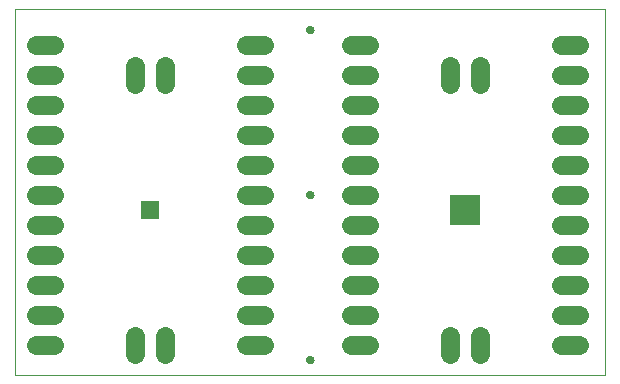
<source format=gbs>
G75*
%MOIN*%
%OFA0B0*%
%FSLAX24Y24*%
%IPPOS*%
%LPD*%
%AMOC8*
5,1,8,0,0,1.08239X$1,22.5*
%
%ADD10C,0.0000*%
%ADD11C,0.0276*%
%ADD12R,0.0631X0.0631*%
%ADD13R,0.0985X0.0985*%
%ADD14C,0.0640*%
D10*
X000100Y003500D02*
X000100Y015705D01*
X019785Y015705D01*
X019785Y003500D01*
X000100Y003500D01*
X009825Y004000D02*
X009827Y004021D01*
X009833Y004041D01*
X009842Y004061D01*
X009854Y004078D01*
X009869Y004092D01*
X009887Y004104D01*
X009907Y004112D01*
X009927Y004117D01*
X009948Y004118D01*
X009969Y004115D01*
X009989Y004109D01*
X010008Y004098D01*
X010025Y004085D01*
X010038Y004069D01*
X010049Y004051D01*
X010057Y004031D01*
X010061Y004011D01*
X010061Y003989D01*
X010057Y003969D01*
X010049Y003949D01*
X010038Y003931D01*
X010025Y003915D01*
X010008Y003902D01*
X009989Y003891D01*
X009969Y003885D01*
X009948Y003882D01*
X009927Y003883D01*
X009907Y003888D01*
X009887Y003896D01*
X009869Y003908D01*
X009854Y003922D01*
X009842Y003939D01*
X009833Y003959D01*
X009827Y003979D01*
X009825Y004000D01*
X009825Y009500D02*
X009827Y009521D01*
X009833Y009541D01*
X009842Y009561D01*
X009854Y009578D01*
X009869Y009592D01*
X009887Y009604D01*
X009907Y009612D01*
X009927Y009617D01*
X009948Y009618D01*
X009969Y009615D01*
X009989Y009609D01*
X010008Y009598D01*
X010025Y009585D01*
X010038Y009569D01*
X010049Y009551D01*
X010057Y009531D01*
X010061Y009511D01*
X010061Y009489D01*
X010057Y009469D01*
X010049Y009449D01*
X010038Y009431D01*
X010025Y009415D01*
X010008Y009402D01*
X009989Y009391D01*
X009969Y009385D01*
X009948Y009382D01*
X009927Y009383D01*
X009907Y009388D01*
X009887Y009396D01*
X009869Y009408D01*
X009854Y009422D01*
X009842Y009439D01*
X009833Y009459D01*
X009827Y009479D01*
X009825Y009500D01*
X009825Y015000D02*
X009827Y015021D01*
X009833Y015041D01*
X009842Y015061D01*
X009854Y015078D01*
X009869Y015092D01*
X009887Y015104D01*
X009907Y015112D01*
X009927Y015117D01*
X009948Y015118D01*
X009969Y015115D01*
X009989Y015109D01*
X010008Y015098D01*
X010025Y015085D01*
X010038Y015069D01*
X010049Y015051D01*
X010057Y015031D01*
X010061Y015011D01*
X010061Y014989D01*
X010057Y014969D01*
X010049Y014949D01*
X010038Y014931D01*
X010025Y014915D01*
X010008Y014902D01*
X009989Y014891D01*
X009969Y014885D01*
X009948Y014882D01*
X009927Y014883D01*
X009907Y014888D01*
X009887Y014896D01*
X009869Y014908D01*
X009854Y014922D01*
X009842Y014939D01*
X009833Y014959D01*
X009827Y014979D01*
X009825Y015000D01*
D11*
X009943Y015000D03*
X009943Y009500D03*
X009943Y004000D03*
D12*
X004600Y009000D03*
D13*
X015100Y009000D03*
D14*
X011900Y008500D02*
X011300Y008500D01*
X011300Y009500D02*
X011900Y009500D01*
X011900Y010500D02*
X011300Y010500D01*
X011300Y011500D02*
X011900Y011500D01*
X011900Y012500D02*
X011300Y012500D01*
X011300Y013500D02*
X011900Y013500D01*
X011900Y014500D02*
X011300Y014500D01*
X008400Y014500D02*
X007800Y014500D01*
X007800Y013500D02*
X008400Y013500D01*
X008400Y012500D02*
X007800Y012500D01*
X007800Y011500D02*
X008400Y011500D01*
X008400Y010500D02*
X007800Y010500D01*
X007800Y009500D02*
X008400Y009500D01*
X008400Y008500D02*
X007800Y008500D01*
X007800Y007500D02*
X008400Y007500D01*
X008400Y006500D02*
X007800Y006500D01*
X007800Y005500D02*
X008400Y005500D01*
X008400Y004500D02*
X007800Y004500D01*
X005100Y004800D02*
X005100Y004200D01*
X004100Y004200D02*
X004100Y004800D01*
X001400Y004500D02*
X000800Y004500D01*
X000800Y005500D02*
X001400Y005500D01*
X001400Y006500D02*
X000800Y006500D01*
X000800Y007500D02*
X001400Y007500D01*
X001400Y008500D02*
X000800Y008500D01*
X000800Y009500D02*
X001400Y009500D01*
X001400Y010500D02*
X000800Y010500D01*
X000800Y011500D02*
X001400Y011500D01*
X001400Y012500D02*
X000800Y012500D01*
X000800Y013500D02*
X001400Y013500D01*
X001400Y014500D02*
X000800Y014500D01*
X004100Y013800D02*
X004100Y013200D01*
X005100Y013200D02*
X005100Y013800D01*
X011300Y007500D02*
X011900Y007500D01*
X011900Y006500D02*
X011300Y006500D01*
X011300Y005500D02*
X011900Y005500D01*
X011900Y004500D02*
X011300Y004500D01*
X014600Y004800D02*
X014600Y004200D01*
X015600Y004200D02*
X015600Y004800D01*
X018300Y004500D02*
X018900Y004500D01*
X018900Y005500D02*
X018300Y005500D01*
X018300Y006500D02*
X018900Y006500D01*
X018900Y007500D02*
X018300Y007500D01*
X018300Y008500D02*
X018900Y008500D01*
X018900Y009500D02*
X018300Y009500D01*
X018300Y010500D02*
X018900Y010500D01*
X018900Y011500D02*
X018300Y011500D01*
X018300Y012500D02*
X018900Y012500D01*
X018900Y013500D02*
X018300Y013500D01*
X018300Y014500D02*
X018900Y014500D01*
X015600Y013800D02*
X015600Y013200D01*
X014600Y013200D02*
X014600Y013800D01*
M02*

</source>
